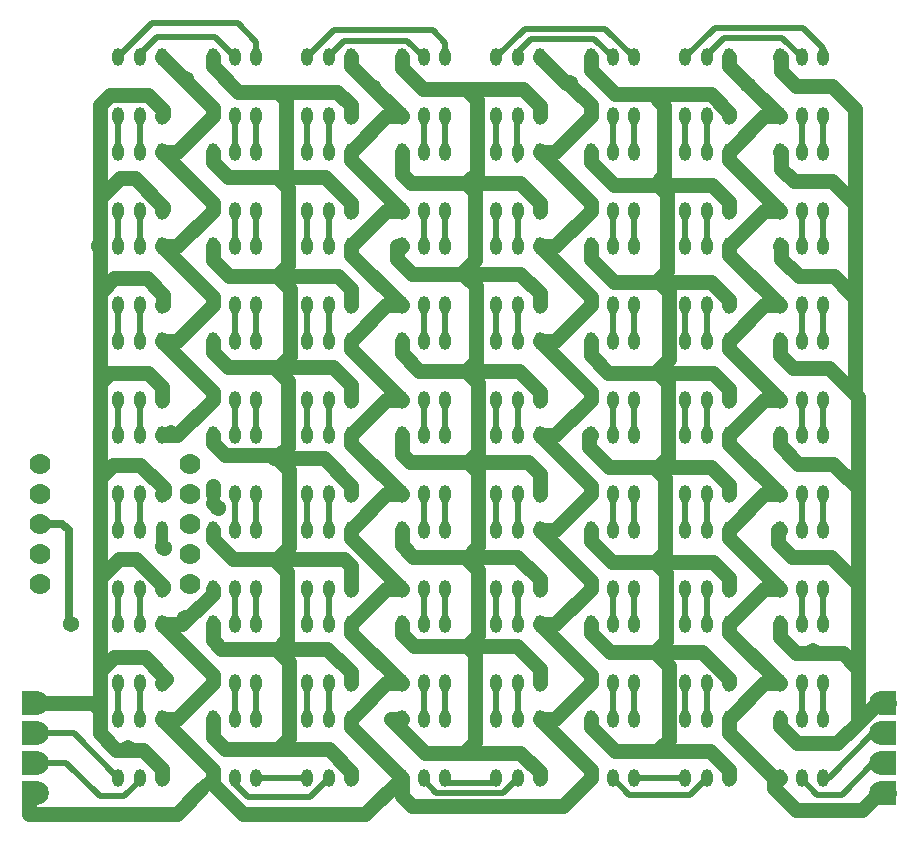
<source format=gtl>
G04 DipTrace 2.4.0.2*
%IN64xAPA102Crigid.gtl*%
%MOMM*%
%ADD13C,1.27*%
%ADD14C,1.25*%
%ADD15C,1.0*%
%ADD16C,0.508*%
%ADD17C,0.711*%
%ADD22C,1.778*%
%ADD23R,1.25X2.0*%
%ADD24C,2.0*%
%ADD26O,1.0X1.5*%
%ADD27C,1.372*%
%FSLAX53Y53*%
G04*
G71*
G90*
G75*
G01*
%LNTop*%
%LPD*%
X21850Y15500D2*
D13*
Y16277D1*
X20232Y17894D1*
X18956D1*
X17982D1*
X16611Y19265D1*
Y21226D1*
Y24562D1*
X17787Y25738D1*
X20378D1*
X22233Y23883D1*
X21850Y23500D1*
X16611Y24562D2*
Y32391D1*
X18248Y34028D1*
X19687D1*
X21932Y31783D1*
Y31582D1*
X21850Y31500D1*
X16611Y32391D2*
Y40908D1*
X17733Y42030D1*
X19975D1*
X21990Y40015D1*
Y39640D1*
X21850Y39500D1*
X16611Y40908D2*
Y48907D1*
X17471Y49767D1*
X20666D1*
X21850Y48583D1*
Y47500D1*
X16611Y48907D2*
Y56574D1*
X17831Y57794D1*
X20546D1*
X21924Y56416D1*
Y55574D1*
X21850Y55500D1*
X16611Y56574D2*
Y60554D1*
Y64627D1*
X18293Y66309D1*
X19538D1*
X21978Y63869D1*
Y63628D1*
X21850Y63500D1*
X16611Y64627D2*
Y72476D1*
X17487Y73352D1*
X20666D1*
X21966Y72052D1*
Y71616D1*
X21850Y71500D1*
X26150Y20500D2*
Y18987D1*
X27228Y17909D1*
X31637D1*
X35955D1*
X37850Y16013D1*
Y15500D1*
X26150Y28500D2*
Y27157D1*
X26876Y26432D1*
X31470D1*
X31658D1*
X35860D1*
X37850Y24441D1*
Y23500D1*
X26150Y36500D2*
Y35751D1*
X27862Y34039D1*
X31347D1*
X31620D1*
X37257D1*
X37850Y33446D1*
Y31500D1*
X26150Y44500D2*
Y43847D1*
X27183Y42814D1*
X31352D1*
Y42562D1*
X31545D1*
X32735D1*
X35530D1*
X37850Y40241D1*
Y39500D1*
X26150Y52500D2*
Y51571D1*
X27469Y50252D1*
X31374D1*
X31761D1*
X36322D1*
X37850Y48724D1*
Y47500D1*
X26150Y60500D2*
Y59385D1*
X27550Y57984D1*
X31608D1*
X36746D1*
X37850Y56881D1*
Y55500D1*
X26150Y68500D2*
Y67687D1*
X27469Y66368D1*
X31610D1*
X32022D1*
X35694D1*
X37850Y64212D1*
Y63500D1*
X26150Y76500D2*
Y75745D1*
X28283Y73612D1*
X31685D1*
X36700D1*
X37850Y72462D1*
Y71500D1*
X31637Y17909D2*
X32569Y18841D1*
Y25332D1*
X31470Y26432D1*
X31658D2*
X32446Y27220D1*
Y32939D1*
X31347Y34039D1*
X31620D2*
X32630Y35049D1*
Y41536D1*
X31352Y42814D1*
X31545Y42562D2*
X32513Y43529D1*
Y49113D1*
X31374Y50252D1*
X31761D2*
X32705Y51197D1*
Y56887D1*
X31608Y57984D1*
X32548Y58925D1*
Y65430D1*
X31610Y66368D1*
X32022D2*
X32378Y66724D1*
Y72920D1*
X31685Y73612D1*
X53850Y15500D2*
Y15973D1*
X52196Y17627D1*
X47654D1*
X47451D1*
X44144D1*
X41272Y20500D1*
X42150D1*
Y28500D2*
Y27673D1*
X43164Y26660D1*
X47670D1*
X51910D1*
X53850Y24719D1*
Y23500D1*
Y31500D2*
Y32298D1*
X51928Y34220D1*
X47731D1*
X47501D1*
X43126D1*
X42150Y35196D1*
Y36500D1*
X53850Y39500D2*
Y41249D1*
X52851Y42248D1*
X47801D1*
X42857D1*
X42150Y42956D1*
Y44500D1*
X53850Y47500D2*
Y48200D1*
X52096Y49954D1*
X47565D1*
X43648D1*
X42150Y51452D1*
Y52500D1*
X53850Y55500D2*
Y56556D1*
X52207Y58199D1*
X47355D1*
X47164D1*
X43057D1*
X41794Y59462D1*
Y60500D1*
X42150D1*
X53850Y63500D2*
Y64167D1*
X52157Y65860D1*
X47612D1*
X42923D1*
X42150Y66633D1*
Y68500D1*
X53850Y71500D2*
Y72412D1*
X52449Y73812D1*
X47584D1*
X43946D1*
X42150Y75608D1*
Y76500D1*
X47584Y73812D2*
X48491Y72905D1*
Y66739D1*
X47612Y65860D1*
X48326Y65145D1*
Y59361D1*
X47164Y58199D1*
X47355D2*
X48409Y57144D1*
Y50798D1*
X47565Y49954D1*
X48612Y48908D1*
Y43059D1*
X47801Y42248D1*
X48612Y41438D1*
Y35101D1*
X47731Y34220D1*
X47501D2*
X48612Y33109D1*
Y27601D1*
X47670Y26660D1*
X48350Y25979D1*
Y18527D1*
X47451Y17627D1*
X69850Y15500D2*
Y16140D1*
X68236Y17754D1*
X64107D1*
X63791D1*
X60238D1*
X58150Y19842D1*
Y20500D1*
X69850Y23500D2*
Y23869D1*
X67533Y26185D1*
X63594D1*
X59762D1*
X58150Y27798D1*
Y28500D1*
X69850Y31500D2*
Y32412D1*
X68523Y33739D1*
X63594D1*
X59933D1*
X58150Y35522D1*
Y36500D1*
X69850Y39500D2*
Y40292D1*
X68324Y41819D1*
X63861D1*
X63505D1*
X59736D1*
X58004Y43551D1*
Y44500D1*
X58150D1*
X69850Y47500D2*
Y48461D1*
X68499Y49811D1*
X63829D1*
X63635D1*
X59601D1*
X58150Y51263D1*
Y52500D1*
X69850Y55500D2*
Y55927D1*
X68309Y57469D1*
X63936D1*
X63710D1*
X60101D1*
X58150Y59419D1*
Y60500D1*
X69850Y63500D2*
Y64220D1*
X68384Y65686D1*
X63861D1*
X63559D1*
X60090D1*
X58150Y67625D1*
Y68500D1*
X69850Y71500D2*
Y71833D1*
X68309Y73375D1*
X63409D1*
X60224D1*
X58150Y75449D1*
Y76500D1*
X63409Y73375D2*
X64389Y72395D1*
Y66515D1*
X63559Y65686D1*
X63861D2*
X64633Y64913D1*
Y58392D1*
X63710Y57469D1*
X63936D2*
X64766Y56639D1*
Y50942D1*
X63635Y49811D1*
X63829D2*
X64690Y48950D1*
Y42648D1*
X63861Y41819D1*
X63505D2*
X64446Y40878D1*
Y34590D1*
X63594Y33739D1*
X64507Y32826D1*
Y27098D1*
X63594Y26185D1*
X64773Y25007D1*
Y18736D1*
X63791Y17754D1*
X74150Y20500D2*
Y19885D1*
X75611Y18424D1*
X79017D1*
X80780Y20188D1*
Y24752D1*
X79488Y26045D1*
X76959D1*
X75551D1*
X74150Y27446D1*
Y28500D1*
X80780Y24752D2*
Y31941D1*
X78518Y34203D1*
X75236D1*
X74019Y35419D1*
Y36500D1*
X74150D1*
X80780Y31941D2*
Y40018D1*
X78680Y42118D1*
X75700D1*
X74150Y43668D1*
Y44500D1*
X80780Y40018D2*
Y47772D1*
X80514Y48038D1*
X78357Y50195D1*
X75263D1*
X74150Y51308D1*
Y52500D1*
X80514Y48038D2*
Y56172D1*
X78711Y57974D1*
X75783D1*
X74288Y59470D1*
Y60500D1*
X74150D1*
X80514Y56172D2*
Y64080D1*
X78581Y66013D1*
X75357D1*
X74288Y67082D1*
Y68500D1*
X74150D1*
X80514Y64080D2*
Y72118D1*
X78581Y74051D1*
X75566D1*
X74288Y75329D1*
Y76500D1*
X74150D1*
X18956Y17991D2*
Y17894D1*
X47654Y17700D2*
Y17627D1*
X76959Y26251D2*
Y26045D1*
X64107Y17939D2*
Y17754D1*
X31653Y17907D2*
X31637Y17909D1*
X11250Y21810D2*
X10625D1*
X16027D1*
X16611Y21226D1*
X82750Y21810D2*
Y22158D1*
X80780Y20188D1*
X83375Y21810D2*
D14*
X82750D1*
X11250D2*
X10625D1*
X16537Y60554D2*
D13*
X16611D1*
X32735Y42632D2*
Y42562D1*
X18150Y23500D2*
D16*
Y20500D1*
X20000Y23500D2*
Y20500D1*
X82750Y19270D2*
X82093D1*
X78323Y15500D1*
X77850D1*
X82750Y19270D2*
D17*
X83375D1*
X82750Y16730D2*
D16*
X82055D1*
X79406Y14082D1*
X77320D1*
X76037Y15365D1*
Y15537D1*
X76000Y15500D1*
X82750Y16730D2*
D17*
X83375D1*
X18150Y31500D2*
D16*
Y28500D1*
X20000Y31500D2*
Y28500D1*
X18150Y39500D2*
Y36500D1*
X20000Y39500D2*
Y36500D1*
X18150Y47500D2*
Y44500D1*
X20000Y47500D2*
Y44500D1*
X18150Y55500D2*
Y52500D1*
X20000Y55500D2*
Y52500D1*
X18150Y63500D2*
Y60500D1*
X20000Y63500D2*
Y60500D1*
X18150Y71500D2*
Y68500D1*
X20000Y71500D2*
Y68500D1*
X29850Y71500D2*
Y68500D1*
X28000Y71500D2*
Y68500D1*
X61850Y15500D2*
X66150D1*
X60000D2*
X60022D1*
X61436Y14086D1*
X66586D1*
X68000Y15500D1*
X29850Y63500D2*
Y60500D1*
X28000Y63500D2*
Y60500D1*
X29850Y52500D2*
Y55500D1*
X28000Y52500D2*
Y55500D1*
X29850Y44500D2*
Y47500D1*
X28000Y44500D2*
Y47500D1*
X29850Y36500D2*
Y39500D1*
X28000Y36500D2*
Y39500D1*
X29850Y28500D2*
Y31500D1*
X28000Y28500D2*
Y31500D1*
X29850Y20500D2*
Y23500D1*
X28000Y20500D2*
Y23500D1*
X34150Y20500D2*
Y23500D1*
X36000Y20500D2*
Y23500D1*
X10625Y19270D2*
X14380D1*
X18150Y15500D1*
X11250Y19270D2*
X10625D1*
X11250D2*
D17*
X10625D1*
X11489Y37031D2*
X13389D1*
X13960Y36460D1*
Y28710D1*
X14150Y28519D1*
X10625Y16730D2*
D16*
Y16796D1*
X13724D1*
X16573Y13948D1*
X18673D1*
X20168Y15443D1*
X20057D1*
X20000Y15500D1*
X11250Y16730D2*
X10625D1*
X11250D2*
D17*
X10625D1*
X34150Y28500D2*
D16*
Y31500D1*
X36000Y28500D2*
Y31500D1*
X34150Y36500D2*
Y39500D1*
X36000Y36500D2*
Y39500D1*
X34150Y44500D2*
Y47500D1*
X36000Y44500D2*
Y47500D1*
X34150Y52500D2*
Y55500D1*
X36000Y52500D2*
Y55500D1*
X34150Y60500D2*
Y63500D1*
X36000Y60500D2*
Y63500D1*
X34150Y71500D2*
Y68500D1*
X36000D2*
Y71500D1*
X45850Y68500D2*
Y71500D1*
X44000Y68500D2*
Y71500D1*
X45850Y60500D2*
Y63500D1*
X44000Y60500D2*
Y63500D1*
X45850Y52500D2*
Y55500D1*
X44000Y52500D2*
Y55500D1*
X45850Y44500D2*
Y47500D1*
X44000Y44500D2*
Y47500D1*
X45850Y36500D2*
Y39500D1*
X44000Y36500D2*
Y39500D1*
X45850Y28500D2*
Y31500D1*
X44000Y28500D2*
Y31500D1*
X45850Y20500D2*
Y23500D1*
X44000Y20500D2*
Y23500D1*
X50150Y20500D2*
Y23500D1*
X52000Y20500D2*
Y23500D1*
X50150Y28500D2*
Y31500D1*
X52000Y28500D2*
Y31500D1*
X50150Y36500D2*
Y39500D1*
X52000Y36500D2*
Y39500D1*
X50150Y44500D2*
Y47500D1*
X52000Y44500D2*
Y47500D1*
X50150Y52500D2*
Y55500D1*
X52000Y52500D2*
Y55500D1*
X50150Y60500D2*
Y63500D1*
X52000Y60500D2*
Y63500D1*
X50150Y68500D2*
Y71500D1*
X51934Y67835D2*
Y71434D1*
X52000Y71500D1*
X61850Y68500D2*
Y71500D1*
X60000Y68500D2*
Y71500D1*
X61850Y60500D2*
Y63500D1*
X60000Y60500D2*
Y63500D1*
X61850Y52500D2*
Y55500D1*
X60000Y52500D2*
Y55500D1*
X61850Y44500D2*
Y47500D1*
X60000Y44500D2*
Y47500D1*
X61850Y36500D2*
Y39500D1*
X60000Y36500D2*
Y39500D1*
X61850Y28500D2*
Y31500D1*
X60000Y28500D2*
Y31500D1*
X61850Y20500D2*
Y23500D1*
X60000Y20500D2*
Y23500D1*
X66150Y20500D2*
Y23500D1*
X68000Y20500D2*
Y23500D1*
X66150Y28500D2*
Y31500D1*
X68000Y28500D2*
Y31500D1*
X66150Y36500D2*
Y39500D1*
X68000Y36500D2*
Y39500D1*
X66150Y44500D2*
Y47500D1*
X68000Y44500D2*
Y47500D1*
X66150Y52500D2*
Y55500D1*
X68000Y52500D2*
Y55500D1*
X66150Y60500D2*
Y63500D1*
X68000Y60500D2*
Y63500D1*
X66150Y68500D2*
Y71500D1*
X68000Y68500D2*
Y71500D1*
X77850Y68500D2*
Y71500D1*
X76000Y68500D2*
Y71500D1*
X77850Y76500D2*
Y77308D1*
X76162Y78996D1*
X68646D1*
X66150Y76500D1*
X68000D2*
Y76709D1*
X69477Y78186D1*
X74314D1*
X76000Y76500D1*
X77850Y60500D2*
Y63500D1*
X76000Y60500D2*
Y63500D1*
X77850Y52500D2*
Y55500D1*
X76000Y52500D2*
Y55500D1*
X77850Y44500D2*
Y47500D1*
X76000Y44500D2*
Y47500D1*
X77850Y36500D2*
Y39500D1*
X76000Y36500D2*
Y39500D1*
X77850Y28500D2*
Y31500D1*
X76000Y28500D2*
Y31500D1*
X77850Y20500D2*
Y23500D1*
X76000Y20500D2*
Y23500D1*
X20000Y76500D2*
Y76785D1*
X21413Y78199D1*
X26302D1*
X28000Y76500D1*
X29850D2*
Y77828D1*
X28281Y79397D1*
X21047D1*
X18150Y76500D1*
X45850D2*
Y77730D1*
X44776Y78804D1*
X36454D1*
X34150Y76500D1*
X36000D2*
Y76619D1*
X37294Y77914D1*
X42586D1*
X44000Y76500D1*
X52000D2*
Y76944D1*
X53089Y78032D1*
X58468D1*
X60000Y76500D1*
X61850D2*
X61806D1*
X59383Y78923D1*
X52573D1*
X50150Y76500D1*
X29850Y15500D2*
X34150D1*
X28000D2*
Y15024D1*
X29130Y13894D1*
X34394D1*
X36000Y15500D1*
X50150D2*
X49721Y15071D1*
X46279D1*
X45850Y15500D1*
X44000D2*
Y15296D1*
X45069Y14227D1*
X50727D1*
X52000Y15500D1*
X26150D2*
D13*
Y16200D1*
X21850Y20500D1*
X23150D1*
X26150Y23500D1*
Y24200D1*
X21850Y28500D1*
X23545D1*
X26150Y31105D1*
Y31500D1*
Y39500D2*
Y40200D1*
X21850Y44500D2*
X22627D1*
X23150D1*
X26150Y47500D1*
Y48200D1*
X21850Y52500D1*
X23150D1*
X26150Y55500D1*
Y56200D1*
X21850Y60500D1*
X23150D1*
X26150Y63500D1*
Y64200D1*
X21850Y68500D1*
X23150D1*
X26150Y71500D1*
Y72200D1*
X23773Y74577D1*
X21850Y76500D1*
X37850D2*
Y75800D1*
X39670Y73980D1*
X42150Y71500D1*
X40850D1*
X37850Y68500D1*
Y67800D1*
X42150Y63500D1*
X40850D1*
X37850Y60500D1*
Y59800D1*
X42150Y55500D1*
X40850D1*
X37850Y52500D1*
Y51800D1*
X42150Y47500D1*
X40850D1*
X37850Y44500D1*
Y43800D1*
X42150Y39500D1*
X40850D1*
X37850Y36500D1*
Y35800D1*
X42150Y31500D1*
X40850D1*
X37850Y28500D1*
Y27800D1*
X42150Y23500D1*
X40850D1*
X37850Y20500D1*
Y19800D1*
X42150Y15500D1*
Y13978D1*
X43006Y13122D1*
X55772D1*
X58150Y15500D1*
Y16200D1*
X53850Y20500D1*
X55150D1*
X58150Y23500D1*
Y24200D1*
X53850Y28500D1*
X55150D1*
X58150Y31500D1*
Y32200D1*
X53850Y36500D1*
X55150D1*
X58150Y39500D1*
Y40200D1*
X53850Y44500D1*
X55150D1*
X58150Y47500D1*
Y48200D1*
X53850Y52500D1*
X55150D1*
X58150Y55500D1*
Y56200D1*
X53850Y60500D1*
X55150D1*
X58150Y63500D1*
Y64200D1*
X53850Y68500D1*
X55150D1*
X58150Y71500D1*
X69850Y76500D2*
Y75800D1*
X71467Y74183D1*
X74150Y71500D1*
X72850D1*
X69850Y68500D1*
Y67800D1*
X74150Y63500D1*
X72850D1*
X69850Y60500D1*
Y59800D1*
X74150Y55500D1*
X72850D1*
X69850Y52500D1*
Y51800D1*
X74150Y47500D1*
X72850D1*
X69850Y44500D1*
Y43800D1*
X74150Y39500D1*
X72850D1*
X69850Y36500D1*
Y35800D1*
X74150Y31500D1*
X72850D1*
X69850Y28500D1*
Y27800D1*
X74150Y23500D1*
X72850D1*
X69850Y20500D1*
Y19319D1*
X73669Y15500D1*
X74150D1*
X26150D2*
Y14942D1*
X28687Y12405D1*
X39055D1*
X42150Y15500D1*
X23863Y74667D2*
X23773Y74577D1*
X56409Y74323D2*
X56350Y74264D1*
X58150Y72464D1*
Y71500D1*
X56409Y74323D2*
X56027D1*
X53850Y76500D1*
X11250Y14190D2*
X10625D1*
Y12453D1*
X23103D1*
X25171Y14521D1*
D15*
X26150Y15500D1*
X82750Y14190D2*
D13*
Y14430D1*
X81135Y12815D1*
X75530D1*
X73669Y14677D1*
Y15500D1*
X82750Y14190D2*
D14*
X83375D1*
X11250D2*
X10625D1*
X23806Y29006D2*
D13*
X23545Y28500D1*
X21850Y36500D2*
D15*
Y35115D1*
D13*
Y35114D1*
X22032Y34932D1*
X22627Y44686D2*
Y44500D1*
X26150Y39500D2*
D15*
Y38772D1*
D13*
X26573Y38349D1*
D27*
X18956Y17991D3*
X47654Y17700D3*
X76959Y26251D3*
X64107Y17939D3*
X23863Y74667D3*
X39690Y74001D3*
X56409Y74323D3*
X71445Y74161D3*
X31653Y17907D3*
X23806Y29006D3*
X22032Y34932D3*
X22627Y44686D3*
X26573Y38349D3*
X16537Y60554D3*
X14150Y28519D3*
X32735Y42632D3*
D22*
X24189Y31951D3*
Y34491D3*
Y37031D3*
Y39571D3*
X11489Y31951D3*
Y34491D3*
Y37031D3*
Y39571D3*
D23*
X10625Y16730D3*
D24*
X11250D3*
D23*
X10625Y14190D3*
Y19270D3*
D24*
X11250D3*
Y14190D3*
D23*
X10625Y21810D3*
D24*
X11250D3*
D22*
X11488Y42110D3*
X24189D3*
D23*
X83375Y16730D3*
D24*
X82750D3*
D23*
X83375Y14190D3*
Y19270D3*
D24*
X82750D3*
Y14190D3*
D23*
X83375Y21810D3*
D24*
X82750D3*
D26*
X18150Y15500D3*
X20000D3*
X21850D3*
Y20500D3*
X20000D3*
X18150D3*
Y23500D3*
X20000D3*
X21850D3*
Y28500D3*
X20000D3*
X18150D3*
Y31500D3*
X20000D3*
X21850D3*
Y36500D3*
X20000D3*
X18150D3*
Y39500D3*
X20000D3*
X21850D3*
Y44500D3*
X20000D3*
X18150D3*
Y47500D3*
X20000D3*
X21850D3*
Y52500D3*
X20000D3*
X18150D3*
Y55500D3*
X20000D3*
X21850D3*
Y60500D3*
X20000D3*
X18150D3*
Y63500D3*
X20000D3*
X21850D3*
Y68500D3*
X20000D3*
X18150D3*
Y71500D3*
X20000D3*
X21850D3*
Y76500D3*
X20000D3*
X18150D3*
X29850D3*
X28000D3*
X26150D3*
Y71500D3*
X28000D3*
X29850D3*
Y68500D3*
X28000D3*
X26150D3*
Y63500D3*
X28000D3*
X29850D3*
Y60500D3*
X28000D3*
X26150D3*
Y55500D3*
X28000D3*
X29850D3*
Y52500D3*
X28000D3*
X26150D3*
Y47500D3*
X28000D3*
X29850D3*
Y44500D3*
X28000D3*
X26150D3*
Y39500D3*
X28000D3*
X29850D3*
Y36500D3*
X28000D3*
X26150D3*
Y31500D3*
X28000D3*
X29850D3*
Y28500D3*
X28000D3*
X26150D3*
Y23500D3*
X28000D3*
X29850D3*
Y20500D3*
X28000D3*
X26150D3*
Y15500D3*
X28000D3*
X29850D3*
X34150D3*
X36000D3*
X37850D3*
Y20500D3*
X36000D3*
X34150D3*
Y23500D3*
X36000D3*
X37850D3*
Y28500D3*
X36000D3*
X34150D3*
Y31500D3*
X36000D3*
X37850D3*
Y36500D3*
X36000D3*
X34150D3*
Y39500D3*
X36000D3*
X37850D3*
Y44500D3*
X36000D3*
X34150D3*
Y47500D3*
X36000D3*
X37850D3*
Y52500D3*
X36000D3*
X34150D3*
Y55500D3*
X36000D3*
X37850D3*
Y60500D3*
X36000D3*
X34150D3*
Y63500D3*
X36000D3*
X37850D3*
Y68500D3*
X36000D3*
X34150D3*
Y71500D3*
X36000D3*
X37850D3*
Y76500D3*
X36000D3*
X34150D3*
X45850D3*
X44000D3*
X42150D3*
Y71500D3*
X44000D3*
X45850D3*
Y68500D3*
X44000D3*
X42150D3*
Y63500D3*
X44000D3*
X45850D3*
Y60500D3*
X44000D3*
X42150D3*
Y55500D3*
X44000D3*
X45850D3*
Y52500D3*
X44000D3*
X42150D3*
Y47500D3*
X44000D3*
X45850D3*
Y44500D3*
X44000D3*
X42150D3*
Y39500D3*
X44000D3*
X45850D3*
Y36500D3*
X44000D3*
X42150D3*
Y31500D3*
X44000D3*
X45850D3*
Y28500D3*
X44000D3*
X42150D3*
Y23500D3*
X44000D3*
X45850D3*
Y20500D3*
X44000D3*
X42150D3*
Y15500D3*
X44000D3*
X45850D3*
X50150D3*
X52000D3*
X53850D3*
Y20500D3*
X52000D3*
X50150D3*
Y23500D3*
X52000D3*
X53850D3*
Y28500D3*
X52000D3*
X50150D3*
Y31500D3*
X52000D3*
X53850D3*
Y36500D3*
X52000D3*
X50150D3*
Y39500D3*
X52000D3*
X53850D3*
Y44500D3*
X52000D3*
X50150D3*
Y47500D3*
X52000D3*
X53850D3*
Y52500D3*
X52000D3*
X50150D3*
Y55500D3*
X52000D3*
X53850D3*
Y60500D3*
X52000D3*
X50150D3*
Y63500D3*
X52000D3*
X53850D3*
Y68500D3*
X52000D3*
X50150D3*
Y71500D3*
X52000D3*
X53850D3*
Y76500D3*
X52000D3*
X50150D3*
X61850D3*
X60000D3*
X58150D3*
Y71500D3*
X60000D3*
X61850D3*
Y68500D3*
X60000D3*
X58150D3*
Y63500D3*
X60000D3*
X61850D3*
Y60500D3*
X60000D3*
X58150D3*
Y55500D3*
X60000D3*
X61850D3*
Y52500D3*
X60000D3*
X58150D3*
Y47500D3*
X60000D3*
X61850D3*
Y44500D3*
X60000D3*
X58150D3*
Y39500D3*
X60000D3*
X61850D3*
Y36500D3*
X60000D3*
X58150D3*
Y31500D3*
X60000D3*
X61850D3*
Y28500D3*
X60000D3*
X58150D3*
Y23500D3*
X60000D3*
X61850D3*
Y20500D3*
X60000D3*
X58150D3*
Y15500D3*
X60000D3*
X61850D3*
X66150D3*
X68000D3*
X69850D3*
Y20500D3*
X68000D3*
X66150D3*
Y23500D3*
X68000D3*
X69850D3*
Y28500D3*
X68000D3*
X66150D3*
Y31500D3*
X68000D3*
X69850D3*
Y36500D3*
X68000D3*
X66150D3*
Y39500D3*
X68000D3*
X69850D3*
Y44500D3*
X68000D3*
X66150D3*
Y47500D3*
X68000D3*
X69850D3*
Y52500D3*
X68000D3*
X66150D3*
Y55500D3*
X68000D3*
X69850D3*
Y60500D3*
X68000D3*
X66150D3*
Y63500D3*
X68000D3*
X69850D3*
Y68500D3*
X68000D3*
X66150D3*
Y71500D3*
X68000D3*
X69850D3*
Y76500D3*
X68000D3*
X66150D3*
X77850D3*
X76000D3*
X74150D3*
Y71500D3*
X76000D3*
X77850D3*
Y68500D3*
X76000D3*
X74150D3*
Y63500D3*
X76000D3*
X77850D3*
Y60500D3*
X76000D3*
X74150D3*
Y55500D3*
X76000D3*
X77850D3*
Y52500D3*
X76000D3*
X74150D3*
Y47500D3*
X76000D3*
X77850D3*
Y44500D3*
X76000D3*
X74150D3*
Y39500D3*
X76000D3*
X77850D3*
Y36500D3*
X76000D3*
X74150D3*
Y31500D3*
X76000D3*
X77850D3*
Y28500D3*
X76000D3*
X74150D3*
Y23500D3*
X76000D3*
X77850D3*
Y20500D3*
X76000D3*
X74150D3*
Y15500D3*
X76000D3*
X77850D3*
M02*

</source>
